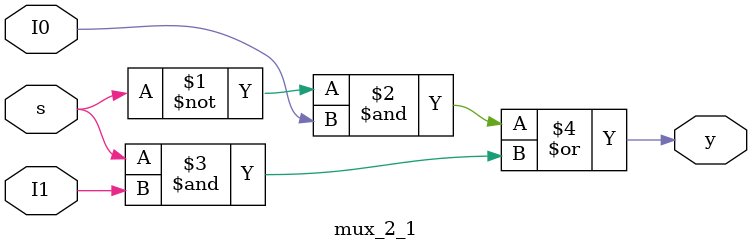
<source format=v>
module mux_2_1( I0,I1,s,y);
  input I0,I1,s; //input port declaration
  output y;      //output port declaration
  
  assign y = ((~s)&I0) | (s&I1); //assign the logic
  
endmodule

</source>
